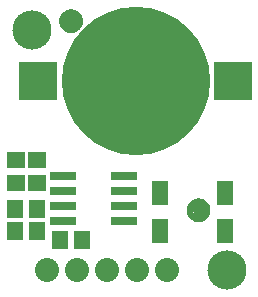
<source format=gbr>
G04 EAGLE Gerber RS-274X export*
G75*
%MOMM*%
%FSLAX34Y34*%
%LPD*%
%INSoldermask Top*%
%IPPOS*%
%AMOC8*
5,1,8,0,0,1.08239X$1,22.5*%
G01*
%ADD10R,1.401600X2.001600*%
%ADD11R,1.601600X1.341600*%
%ADD12C,2.032000*%
%ADD13R,1.341600X1.601600*%
%ADD14C,6.451600*%
%ADD15R,3.301600X3.301600*%
%ADD16C,12.564231*%
%ADD17C,3.317600*%
%ADD18C,1.101600*%
%ADD19C,0.500000*%
%ADD20R,2.301600X0.701600*%


D10*
X133790Y58930D03*
X188790Y58930D03*
X188790Y90930D03*
X133790Y90930D03*
D11*
X11430Y118720D03*
X11430Y99720D03*
X29210Y99720D03*
X29210Y118720D03*
D12*
X139700Y25400D03*
X114300Y25400D03*
X88900Y25400D03*
X63500Y25400D03*
X38100Y25400D03*
D13*
X29820Y77470D03*
X10820Y77470D03*
D14*
X113030Y185420D03*
D15*
X30776Y185420D03*
X195284Y185420D03*
D16*
X113030Y185420D03*
D17*
X25400Y228600D03*
X190500Y25400D03*
D18*
X58420Y236220D03*
D19*
X50920Y236220D02*
X50922Y236039D01*
X50929Y235858D01*
X50940Y235677D01*
X50955Y235496D01*
X50975Y235316D01*
X50999Y235136D01*
X51027Y234957D01*
X51060Y234779D01*
X51097Y234602D01*
X51138Y234425D01*
X51183Y234250D01*
X51233Y234075D01*
X51287Y233902D01*
X51345Y233731D01*
X51407Y233560D01*
X51474Y233392D01*
X51544Y233225D01*
X51618Y233059D01*
X51697Y232896D01*
X51779Y232735D01*
X51865Y232575D01*
X51955Y232418D01*
X52049Y232263D01*
X52146Y232110D01*
X52248Y231960D01*
X52352Y231812D01*
X52461Y231666D01*
X52572Y231524D01*
X52688Y231384D01*
X52806Y231247D01*
X52928Y231112D01*
X53053Y230981D01*
X53181Y230853D01*
X53312Y230728D01*
X53447Y230606D01*
X53584Y230488D01*
X53724Y230372D01*
X53866Y230261D01*
X54012Y230152D01*
X54160Y230048D01*
X54310Y229946D01*
X54463Y229849D01*
X54618Y229755D01*
X54775Y229665D01*
X54935Y229579D01*
X55096Y229497D01*
X55259Y229418D01*
X55425Y229344D01*
X55592Y229274D01*
X55760Y229207D01*
X55931Y229145D01*
X56102Y229087D01*
X56275Y229033D01*
X56450Y228983D01*
X56625Y228938D01*
X56802Y228897D01*
X56979Y228860D01*
X57157Y228827D01*
X57336Y228799D01*
X57516Y228775D01*
X57696Y228755D01*
X57877Y228740D01*
X58058Y228729D01*
X58239Y228722D01*
X58420Y228720D01*
X50920Y236220D02*
X50922Y236401D01*
X50929Y236582D01*
X50940Y236763D01*
X50955Y236944D01*
X50975Y237124D01*
X50999Y237304D01*
X51027Y237483D01*
X51060Y237661D01*
X51097Y237838D01*
X51138Y238015D01*
X51183Y238190D01*
X51233Y238365D01*
X51287Y238538D01*
X51345Y238709D01*
X51407Y238880D01*
X51474Y239048D01*
X51544Y239215D01*
X51618Y239381D01*
X51697Y239544D01*
X51779Y239705D01*
X51865Y239865D01*
X51955Y240022D01*
X52049Y240177D01*
X52146Y240330D01*
X52248Y240480D01*
X52352Y240628D01*
X52461Y240774D01*
X52572Y240916D01*
X52688Y241056D01*
X52806Y241193D01*
X52928Y241328D01*
X53053Y241459D01*
X53181Y241587D01*
X53312Y241712D01*
X53447Y241834D01*
X53584Y241952D01*
X53724Y242068D01*
X53866Y242179D01*
X54012Y242288D01*
X54160Y242392D01*
X54310Y242494D01*
X54463Y242591D01*
X54618Y242685D01*
X54775Y242775D01*
X54935Y242861D01*
X55096Y242943D01*
X55259Y243022D01*
X55425Y243096D01*
X55592Y243166D01*
X55760Y243233D01*
X55931Y243295D01*
X56102Y243353D01*
X56275Y243407D01*
X56450Y243457D01*
X56625Y243502D01*
X56802Y243543D01*
X56979Y243580D01*
X57157Y243613D01*
X57336Y243641D01*
X57516Y243665D01*
X57696Y243685D01*
X57877Y243700D01*
X58058Y243711D01*
X58239Y243718D01*
X58420Y243720D01*
X58601Y243718D01*
X58782Y243711D01*
X58963Y243700D01*
X59144Y243685D01*
X59324Y243665D01*
X59504Y243641D01*
X59683Y243613D01*
X59861Y243580D01*
X60038Y243543D01*
X60215Y243502D01*
X60390Y243457D01*
X60565Y243407D01*
X60738Y243353D01*
X60909Y243295D01*
X61080Y243233D01*
X61248Y243166D01*
X61415Y243096D01*
X61581Y243022D01*
X61744Y242943D01*
X61905Y242861D01*
X62065Y242775D01*
X62222Y242685D01*
X62377Y242591D01*
X62530Y242494D01*
X62680Y242392D01*
X62828Y242288D01*
X62974Y242179D01*
X63116Y242068D01*
X63256Y241952D01*
X63393Y241834D01*
X63528Y241712D01*
X63659Y241587D01*
X63787Y241459D01*
X63912Y241328D01*
X64034Y241193D01*
X64152Y241056D01*
X64268Y240916D01*
X64379Y240774D01*
X64488Y240628D01*
X64592Y240480D01*
X64694Y240330D01*
X64791Y240177D01*
X64885Y240022D01*
X64975Y239865D01*
X65061Y239705D01*
X65143Y239544D01*
X65222Y239381D01*
X65296Y239215D01*
X65366Y239048D01*
X65433Y238880D01*
X65495Y238709D01*
X65553Y238538D01*
X65607Y238365D01*
X65657Y238190D01*
X65702Y238015D01*
X65743Y237838D01*
X65780Y237661D01*
X65813Y237483D01*
X65841Y237304D01*
X65865Y237124D01*
X65885Y236944D01*
X65900Y236763D01*
X65911Y236582D01*
X65918Y236401D01*
X65920Y236220D01*
X65918Y236039D01*
X65911Y235858D01*
X65900Y235677D01*
X65885Y235496D01*
X65865Y235316D01*
X65841Y235136D01*
X65813Y234957D01*
X65780Y234779D01*
X65743Y234602D01*
X65702Y234425D01*
X65657Y234250D01*
X65607Y234075D01*
X65553Y233902D01*
X65495Y233731D01*
X65433Y233560D01*
X65366Y233392D01*
X65296Y233225D01*
X65222Y233059D01*
X65143Y232896D01*
X65061Y232735D01*
X64975Y232575D01*
X64885Y232418D01*
X64791Y232263D01*
X64694Y232110D01*
X64592Y231960D01*
X64488Y231812D01*
X64379Y231666D01*
X64268Y231524D01*
X64152Y231384D01*
X64034Y231247D01*
X63912Y231112D01*
X63787Y230981D01*
X63659Y230853D01*
X63528Y230728D01*
X63393Y230606D01*
X63256Y230488D01*
X63116Y230372D01*
X62974Y230261D01*
X62828Y230152D01*
X62680Y230048D01*
X62530Y229946D01*
X62377Y229849D01*
X62222Y229755D01*
X62065Y229665D01*
X61905Y229579D01*
X61744Y229497D01*
X61581Y229418D01*
X61415Y229344D01*
X61248Y229274D01*
X61080Y229207D01*
X60909Y229145D01*
X60738Y229087D01*
X60565Y229033D01*
X60390Y228983D01*
X60215Y228938D01*
X60038Y228897D01*
X59861Y228860D01*
X59683Y228827D01*
X59504Y228799D01*
X59324Y228775D01*
X59144Y228755D01*
X58963Y228740D01*
X58782Y228729D01*
X58601Y228722D01*
X58420Y228720D01*
D18*
X166370Y76200D03*
D19*
X158870Y76200D02*
X158872Y76019D01*
X158879Y75838D01*
X158890Y75657D01*
X158905Y75476D01*
X158925Y75296D01*
X158949Y75116D01*
X158977Y74937D01*
X159010Y74759D01*
X159047Y74582D01*
X159088Y74405D01*
X159133Y74230D01*
X159183Y74055D01*
X159237Y73882D01*
X159295Y73711D01*
X159357Y73540D01*
X159424Y73372D01*
X159494Y73205D01*
X159568Y73039D01*
X159647Y72876D01*
X159729Y72715D01*
X159815Y72555D01*
X159905Y72398D01*
X159999Y72243D01*
X160096Y72090D01*
X160198Y71940D01*
X160302Y71792D01*
X160411Y71646D01*
X160522Y71504D01*
X160638Y71364D01*
X160756Y71227D01*
X160878Y71092D01*
X161003Y70961D01*
X161131Y70833D01*
X161262Y70708D01*
X161397Y70586D01*
X161534Y70468D01*
X161674Y70352D01*
X161816Y70241D01*
X161962Y70132D01*
X162110Y70028D01*
X162260Y69926D01*
X162413Y69829D01*
X162568Y69735D01*
X162725Y69645D01*
X162885Y69559D01*
X163046Y69477D01*
X163209Y69398D01*
X163375Y69324D01*
X163542Y69254D01*
X163710Y69187D01*
X163881Y69125D01*
X164052Y69067D01*
X164225Y69013D01*
X164400Y68963D01*
X164575Y68918D01*
X164752Y68877D01*
X164929Y68840D01*
X165107Y68807D01*
X165286Y68779D01*
X165466Y68755D01*
X165646Y68735D01*
X165827Y68720D01*
X166008Y68709D01*
X166189Y68702D01*
X166370Y68700D01*
X158870Y76200D02*
X158872Y76381D01*
X158879Y76562D01*
X158890Y76743D01*
X158905Y76924D01*
X158925Y77104D01*
X158949Y77284D01*
X158977Y77463D01*
X159010Y77641D01*
X159047Y77818D01*
X159088Y77995D01*
X159133Y78170D01*
X159183Y78345D01*
X159237Y78518D01*
X159295Y78689D01*
X159357Y78860D01*
X159424Y79028D01*
X159494Y79195D01*
X159568Y79361D01*
X159647Y79524D01*
X159729Y79685D01*
X159815Y79845D01*
X159905Y80002D01*
X159999Y80157D01*
X160096Y80310D01*
X160198Y80460D01*
X160302Y80608D01*
X160411Y80754D01*
X160522Y80896D01*
X160638Y81036D01*
X160756Y81173D01*
X160878Y81308D01*
X161003Y81439D01*
X161131Y81567D01*
X161262Y81692D01*
X161397Y81814D01*
X161534Y81932D01*
X161674Y82048D01*
X161816Y82159D01*
X161962Y82268D01*
X162110Y82372D01*
X162260Y82474D01*
X162413Y82571D01*
X162568Y82665D01*
X162725Y82755D01*
X162885Y82841D01*
X163046Y82923D01*
X163209Y83002D01*
X163375Y83076D01*
X163542Y83146D01*
X163710Y83213D01*
X163881Y83275D01*
X164052Y83333D01*
X164225Y83387D01*
X164400Y83437D01*
X164575Y83482D01*
X164752Y83523D01*
X164929Y83560D01*
X165107Y83593D01*
X165286Y83621D01*
X165466Y83645D01*
X165646Y83665D01*
X165827Y83680D01*
X166008Y83691D01*
X166189Y83698D01*
X166370Y83700D01*
X166551Y83698D01*
X166732Y83691D01*
X166913Y83680D01*
X167094Y83665D01*
X167274Y83645D01*
X167454Y83621D01*
X167633Y83593D01*
X167811Y83560D01*
X167988Y83523D01*
X168165Y83482D01*
X168340Y83437D01*
X168515Y83387D01*
X168688Y83333D01*
X168859Y83275D01*
X169030Y83213D01*
X169198Y83146D01*
X169365Y83076D01*
X169531Y83002D01*
X169694Y82923D01*
X169855Y82841D01*
X170015Y82755D01*
X170172Y82665D01*
X170327Y82571D01*
X170480Y82474D01*
X170630Y82372D01*
X170778Y82268D01*
X170924Y82159D01*
X171066Y82048D01*
X171206Y81932D01*
X171343Y81814D01*
X171478Y81692D01*
X171609Y81567D01*
X171737Y81439D01*
X171862Y81308D01*
X171984Y81173D01*
X172102Y81036D01*
X172218Y80896D01*
X172329Y80754D01*
X172438Y80608D01*
X172542Y80460D01*
X172644Y80310D01*
X172741Y80157D01*
X172835Y80002D01*
X172925Y79845D01*
X173011Y79685D01*
X173093Y79524D01*
X173172Y79361D01*
X173246Y79195D01*
X173316Y79028D01*
X173383Y78860D01*
X173445Y78689D01*
X173503Y78518D01*
X173557Y78345D01*
X173607Y78170D01*
X173652Y77995D01*
X173693Y77818D01*
X173730Y77641D01*
X173763Y77463D01*
X173791Y77284D01*
X173815Y77104D01*
X173835Y76924D01*
X173850Y76743D01*
X173861Y76562D01*
X173868Y76381D01*
X173870Y76200D01*
X173868Y76019D01*
X173861Y75838D01*
X173850Y75657D01*
X173835Y75476D01*
X173815Y75296D01*
X173791Y75116D01*
X173763Y74937D01*
X173730Y74759D01*
X173693Y74582D01*
X173652Y74405D01*
X173607Y74230D01*
X173557Y74055D01*
X173503Y73882D01*
X173445Y73711D01*
X173383Y73540D01*
X173316Y73372D01*
X173246Y73205D01*
X173172Y73039D01*
X173093Y72876D01*
X173011Y72715D01*
X172925Y72555D01*
X172835Y72398D01*
X172741Y72243D01*
X172644Y72090D01*
X172542Y71940D01*
X172438Y71792D01*
X172329Y71646D01*
X172218Y71504D01*
X172102Y71364D01*
X171984Y71227D01*
X171862Y71092D01*
X171737Y70961D01*
X171609Y70833D01*
X171478Y70708D01*
X171343Y70586D01*
X171206Y70468D01*
X171066Y70352D01*
X170924Y70241D01*
X170778Y70132D01*
X170630Y70028D01*
X170480Y69926D01*
X170327Y69829D01*
X170172Y69735D01*
X170015Y69645D01*
X169855Y69559D01*
X169694Y69477D01*
X169531Y69398D01*
X169365Y69324D01*
X169198Y69254D01*
X169030Y69187D01*
X168859Y69125D01*
X168688Y69067D01*
X168515Y69013D01*
X168340Y68963D01*
X168165Y68918D01*
X167988Y68877D01*
X167811Y68840D01*
X167633Y68807D01*
X167454Y68779D01*
X167274Y68755D01*
X167094Y68735D01*
X166913Y68720D01*
X166732Y68709D01*
X166551Y68702D01*
X166370Y68700D01*
D20*
X103470Y80010D03*
X51470Y80010D03*
X103470Y67310D03*
X103470Y92710D03*
X103470Y105410D03*
X51470Y67310D03*
X51470Y92710D03*
X51470Y105410D03*
D13*
X67920Y50800D03*
X48920Y50800D03*
X29820Y58420D03*
X10820Y58420D03*
M02*

</source>
